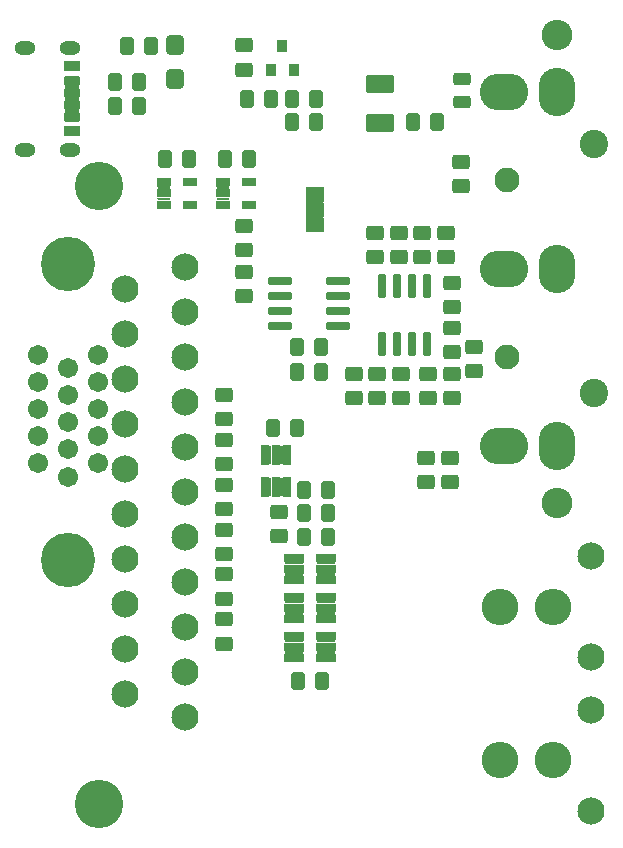
<source format=gbr>
%TF.GenerationSoftware,KiCad,Pcbnew,(6.0.5)*%
%TF.CreationDate,2022-11-10T06:36:34+13:00*%
%TF.ProjectId,RGB-to-component,5247422d-746f-42d6-936f-6d706f6e656e,rev?*%
%TF.SameCoordinates,Original*%
%TF.FileFunction,Soldermask,Top*%
%TF.FilePolarity,Negative*%
%FSLAX46Y46*%
G04 Gerber Fmt 4.6, Leading zero omitted, Abs format (unit mm)*
G04 Created by KiCad (PCBNEW (6.0.5)) date 2022-11-10 06:36:34*
%MOMM*%
%LPD*%
G01*
G04 APERTURE LIST*
G04 Aperture macros list*
%AMRoundRect*
0 Rectangle with rounded corners*
0 $1 Rounding radius*
0 $2 $3 $4 $5 $6 $7 $8 $9 X,Y pos of 4 corners*
0 Add a 4 corners polygon primitive as box body*
4,1,4,$2,$3,$4,$5,$6,$7,$8,$9,$2,$3,0*
0 Add four circle primitives for the rounded corners*
1,1,$1+$1,$2,$3*
1,1,$1+$1,$4,$5*
1,1,$1+$1,$6,$7*
1,1,$1+$1,$8,$9*
0 Add four rect primitives between the rounded corners*
20,1,$1+$1,$2,$3,$4,$5,0*
20,1,$1+$1,$4,$5,$6,$7,0*
20,1,$1+$1,$6,$7,$8,$9,0*
20,1,$1+$1,$8,$9,$2,$3,0*%
G04 Aperture macros list end*
%ADD10RoundRect,0.051000X-0.325000X0.780000X-0.325000X-0.780000X0.325000X-0.780000X0.325000X0.780000X0*%
%ADD11RoundRect,0.051000X0.780000X0.325000X-0.780000X0.325000X-0.780000X-0.325000X0.780000X-0.325000X0*%
%ADD12RoundRect,0.300999X0.450001X-0.325001X0.450001X0.325001X-0.450001X0.325001X-0.450001X-0.325001X0*%
%ADD13RoundRect,0.300999X-0.450001X0.325001X-0.450001X-0.325001X0.450001X-0.325001X0.450001X0.325001X0*%
%ADD14RoundRect,0.300999X0.325001X0.450001X-0.325001X0.450001X-0.325001X-0.450001X0.325001X-0.450001X0*%
%ADD15RoundRect,0.051000X0.400000X-0.450000X0.400000X0.450000X-0.400000X0.450000X-0.400000X-0.450000X0*%
%ADD16RoundRect,0.301000X0.925000X-0.500000X0.925000X0.500000X-0.925000X0.500000X-0.925000X-0.500000X0*%
%ADD17C,4.102000*%
%ADD18C,2.302000*%
%ADD19C,2.102000*%
%ADD20C,2.402000*%
%ADD21O,2.602000X2.602000*%
%ADD22O,4.102000X3.102000*%
%ADD23O,3.102000X4.102000*%
%ADD24RoundRect,0.051000X0.600000X-0.350000X0.600000X0.350000X-0.600000X0.350000X-0.600000X-0.350000X0*%
%ADD25RoundRect,0.051000X0.600000X-0.380000X0.600000X0.380000X-0.600000X0.380000X-0.600000X-0.380000X0*%
%ADD26RoundRect,0.051000X0.600000X-0.400000X0.600000X0.400000X-0.600000X0.400000X-0.600000X-0.400000X0*%
%ADD27O,1.802000X1.202000*%
%ADD28RoundRect,0.051000X-0.530000X-0.325000X0.530000X-0.325000X0.530000X0.325000X-0.530000X0.325000X0*%
%ADD29RoundRect,0.201000X-0.825000X-0.150000X0.825000X-0.150000X0.825000X0.150000X-0.825000X0.150000X0*%
%ADD30C,1.702000*%
%ADD31C,4.602000*%
%ADD32O,3.102000X3.102000*%
%ADD33RoundRect,0.300999X-0.325001X-0.450001X0.325001X-0.450001X0.325001X0.450001X-0.325001X0.450001X0*%
%ADD34RoundRect,0.201000X-0.150000X0.825000X-0.150000X-0.825000X0.150000X-0.825000X0.150000X0.825000X0*%
%ADD35RoundRect,0.051000X-0.750000X0.500000X-0.750000X-0.500000X0.750000X-0.500000X0.750000X0.500000X0*%
%ADD36RoundRect,0.300999X-0.425001X0.537501X-0.425001X-0.537501X0.425001X-0.537501X0.425001X0.537501X0*%
%ADD37RoundRect,0.294750X-0.456250X0.243750X-0.456250X-0.243750X0.456250X-0.243750X0.456250X0.243750X0*%
G04 APERTURE END LIST*
D10*
X43050000Y-77750000D03*
X42100000Y-77750000D03*
X41150000Y-77750000D03*
X41150000Y-80450000D03*
X42100000Y-80450000D03*
X43050000Y-80450000D03*
D11*
X46350000Y-94950000D03*
X46350000Y-94000000D03*
X46350000Y-93050000D03*
X43650000Y-93050000D03*
X43650000Y-94000000D03*
X43650000Y-94950000D03*
X46350000Y-91650000D03*
X46350000Y-90700000D03*
X46350000Y-89750000D03*
X43650000Y-89750000D03*
X43650000Y-90700000D03*
X43650000Y-91650000D03*
X46350000Y-88350000D03*
X46350000Y-87400000D03*
X46350000Y-86450000D03*
X43650000Y-86450000D03*
X43650000Y-87400000D03*
X43650000Y-88350000D03*
D12*
X37700000Y-78525000D03*
X37700000Y-76475000D03*
D13*
X37700000Y-80275000D03*
X37700000Y-82325000D03*
X37700000Y-87875000D03*
X37700000Y-89925000D03*
D14*
X45525000Y-47600000D03*
X43475000Y-47600000D03*
X41725000Y-47600000D03*
X39675000Y-47600000D03*
D13*
X37700000Y-91675000D03*
X37700000Y-93725000D03*
D15*
X41696000Y-45142000D03*
X43596000Y-45142000D03*
X42646000Y-43142000D03*
D16*
X50900000Y-49625000D03*
X50900000Y-46375000D03*
D13*
X57800000Y-52975000D03*
X57800000Y-55025000D03*
D12*
X56800000Y-80025000D03*
X56800000Y-77975000D03*
D17*
X27100000Y-107270000D03*
X27100000Y-55000000D03*
D18*
X34380000Y-99905000D03*
X29300000Y-98000000D03*
X34380000Y-96095000D03*
X29300000Y-94190000D03*
X34380000Y-92285000D03*
X29300000Y-90380000D03*
X34380000Y-88475000D03*
X29300000Y-86570000D03*
X34380000Y-84665000D03*
X29300000Y-82760000D03*
X34380000Y-80855000D03*
X29300000Y-78950000D03*
X34380000Y-77045000D03*
X29300000Y-75140000D03*
X34380000Y-73235000D03*
X29300000Y-71330000D03*
X34380000Y-69425000D03*
X29300000Y-67520000D03*
X34380000Y-65615000D03*
X29300000Y-63710000D03*
X34380000Y-61805000D03*
D19*
X61700000Y-54500000D03*
X61700000Y-69500000D03*
D20*
X69044520Y-51466620D03*
D21*
X65900000Y-42200000D03*
D20*
X69044520Y-72533380D03*
D21*
X65900000Y-81800000D03*
D22*
X61400000Y-62000000D03*
X61400000Y-47000000D03*
X61400000Y-77000000D03*
D23*
X65900000Y-47000000D03*
X65900000Y-62000000D03*
X65900000Y-77000000D03*
D13*
X39400000Y-43075000D03*
X39400000Y-45125000D03*
D14*
X45525000Y-49600000D03*
X43475000Y-49600000D03*
X39825000Y-52700000D03*
X37775000Y-52700000D03*
X46025000Y-96900000D03*
X43975000Y-96900000D03*
D13*
X39400000Y-62275000D03*
X39400000Y-64325000D03*
D24*
X24850000Y-47100000D03*
D25*
X24850000Y-49120000D03*
D26*
X24850000Y-50350000D03*
D24*
X24850000Y-48100000D03*
D25*
X24850000Y-46080000D03*
D26*
X24850000Y-44850000D03*
D27*
X24700000Y-43280000D03*
X20900000Y-43280000D03*
X24700000Y-51920000D03*
X20900000Y-51920000D03*
D12*
X39400000Y-60425000D03*
X39400000Y-58375000D03*
D14*
X30525000Y-46200000D03*
X28475000Y-46200000D03*
X30525000Y-48200000D03*
X28475000Y-48200000D03*
D28*
X32600000Y-54650000D03*
X32600000Y-55600000D03*
X32600000Y-56550000D03*
X34800000Y-56550000D03*
X34800000Y-54650000D03*
X37600000Y-54650000D03*
X37600000Y-55600000D03*
X37600000Y-56550000D03*
X39800000Y-56550000D03*
X39800000Y-54650000D03*
D29*
X42425000Y-62995000D03*
X42425000Y-64265000D03*
X42425000Y-65535000D03*
X42425000Y-66805000D03*
X47375000Y-66805000D03*
X47375000Y-65535000D03*
X47375000Y-64265000D03*
X47375000Y-62995000D03*
D30*
X27040000Y-78440000D03*
X27040000Y-76150000D03*
X27040000Y-73860000D03*
X27040000Y-71570000D03*
X27040000Y-69280000D03*
X24500000Y-79580000D03*
X24500000Y-77290000D03*
X24500000Y-75000000D03*
X24500000Y-72710000D03*
D31*
X24500000Y-61620000D03*
D30*
X24500000Y-70420000D03*
D31*
X24500000Y-86620000D03*
D30*
X21960000Y-78440000D03*
X21960000Y-76150000D03*
X21960000Y-73860000D03*
X21960000Y-71570000D03*
X21960000Y-69280000D03*
D14*
X45925000Y-68650000D03*
X43875000Y-68650000D03*
X45925000Y-70700000D03*
X43875000Y-70700000D03*
X34725000Y-52700000D03*
X32675000Y-52700000D03*
D18*
X68750000Y-86350000D03*
X68750000Y-94850000D03*
D32*
X61100000Y-90600000D03*
X65600000Y-90600000D03*
D18*
X68750000Y-99370000D03*
X68750000Y-107870000D03*
D32*
X61100000Y-103620000D03*
X65600000Y-103620000D03*
D33*
X44475000Y-80700000D03*
X46525000Y-80700000D03*
X44475000Y-82700000D03*
X46525000Y-82700000D03*
X44475000Y-84700000D03*
X46525000Y-84700000D03*
D12*
X42400000Y-84625000D03*
X42400000Y-82575000D03*
D13*
X56500000Y-58975000D03*
X56500000Y-61025000D03*
X54500000Y-58975000D03*
X54500000Y-61025000D03*
X52500000Y-58975000D03*
X52500000Y-61025000D03*
X50500000Y-58975000D03*
X50500000Y-61025000D03*
D12*
X57000000Y-65225000D03*
X57000000Y-63175000D03*
X57000000Y-72925000D03*
X57000000Y-70875000D03*
X55000000Y-72925000D03*
X55000000Y-70875000D03*
X52700000Y-72925000D03*
X52700000Y-70875000D03*
X48700000Y-72925000D03*
X48700000Y-70875000D03*
X50700000Y-72925000D03*
X50700000Y-70875000D03*
D13*
X37700000Y-84075000D03*
X37700000Y-86125000D03*
D34*
X54905000Y-63425000D03*
X53635000Y-63425000D03*
X52365000Y-63425000D03*
X51095000Y-63425000D03*
X51095000Y-68375000D03*
X52365000Y-68375000D03*
X53635000Y-68375000D03*
X54905000Y-68375000D03*
D14*
X43925000Y-75500000D03*
X41875000Y-75500000D03*
D35*
X45400000Y-55700000D03*
X45400000Y-57000000D03*
X45400000Y-58300000D03*
D12*
X37700000Y-74725000D03*
X37700000Y-72675000D03*
D36*
X33600000Y-43062500D03*
X33600000Y-45937500D03*
D12*
X57000000Y-69025000D03*
X57000000Y-66975000D03*
D37*
X57900000Y-45962500D03*
X57900000Y-47837500D03*
D33*
X53675000Y-49600000D03*
X55725000Y-49600000D03*
X29475000Y-43100000D03*
X31525000Y-43100000D03*
D13*
X58900000Y-68575000D03*
X58900000Y-70625000D03*
D12*
X54800000Y-80025000D03*
X54800000Y-77975000D03*
G36*
X44446668Y-94371665D02*
G01*
X44447058Y-94373627D01*
X44446699Y-94374267D01*
X44403511Y-94425946D01*
X44394880Y-94494661D01*
X44424844Y-94557291D01*
X44445682Y-94575348D01*
X44446336Y-94577238D01*
X44445026Y-94578749D01*
X44443982Y-94578821D01*
X44429801Y-94576000D01*
X42870199Y-94576000D01*
X42855226Y-94578978D01*
X42853332Y-94578335D01*
X42852942Y-94576373D01*
X42853301Y-94575733D01*
X42896489Y-94524054D01*
X42905120Y-94455339D01*
X42875156Y-94392709D01*
X42854318Y-94374652D01*
X42853664Y-94372762D01*
X42854974Y-94371251D01*
X42856018Y-94371179D01*
X42870199Y-94374000D01*
X44429801Y-94374000D01*
X44444774Y-94371022D01*
X44446668Y-94371665D01*
G37*
G36*
X47146668Y-94371665D02*
G01*
X47147058Y-94373627D01*
X47146699Y-94374267D01*
X47103511Y-94425946D01*
X47094880Y-94494661D01*
X47124844Y-94557291D01*
X47145682Y-94575348D01*
X47146336Y-94577238D01*
X47145026Y-94578749D01*
X47143982Y-94578821D01*
X47129801Y-94576000D01*
X45570199Y-94576000D01*
X45555226Y-94578978D01*
X45553332Y-94578335D01*
X45552942Y-94576373D01*
X45553301Y-94575733D01*
X45596489Y-94524054D01*
X45605120Y-94455339D01*
X45575156Y-94392709D01*
X45554318Y-94374652D01*
X45553664Y-94372762D01*
X45554974Y-94371251D01*
X45556018Y-94371179D01*
X45570199Y-94374000D01*
X47129801Y-94374000D01*
X47144774Y-94371022D01*
X47146668Y-94371665D01*
G37*
G36*
X44446668Y-93421665D02*
G01*
X44447058Y-93423627D01*
X44446699Y-93424267D01*
X44403511Y-93475946D01*
X44394880Y-93544661D01*
X44424844Y-93607291D01*
X44445682Y-93625348D01*
X44446336Y-93627238D01*
X44445026Y-93628749D01*
X44443982Y-93628821D01*
X44429801Y-93626000D01*
X42870199Y-93626000D01*
X42855226Y-93628978D01*
X42853332Y-93628335D01*
X42852942Y-93626373D01*
X42853301Y-93625733D01*
X42896489Y-93574054D01*
X42905120Y-93505339D01*
X42875156Y-93442709D01*
X42854318Y-93424652D01*
X42853664Y-93422762D01*
X42854974Y-93421251D01*
X42856018Y-93421179D01*
X42870199Y-93424000D01*
X44429801Y-93424000D01*
X44444774Y-93421022D01*
X44446668Y-93421665D01*
G37*
G36*
X47146668Y-93421665D02*
G01*
X47147058Y-93423627D01*
X47146699Y-93424267D01*
X47103511Y-93475946D01*
X47094880Y-93544661D01*
X47124844Y-93607291D01*
X47145682Y-93625348D01*
X47146336Y-93627238D01*
X47145026Y-93628749D01*
X47143982Y-93628821D01*
X47129801Y-93626000D01*
X45570199Y-93626000D01*
X45555226Y-93628978D01*
X45553332Y-93628335D01*
X45552942Y-93626373D01*
X45553301Y-93625733D01*
X45596489Y-93574054D01*
X45605120Y-93505339D01*
X45575156Y-93442709D01*
X45554318Y-93424652D01*
X45553664Y-93422762D01*
X45554974Y-93421251D01*
X45556018Y-93421179D01*
X45570199Y-93424000D01*
X47129801Y-93424000D01*
X47144774Y-93421022D01*
X47146668Y-93421665D01*
G37*
G36*
X44446668Y-91071665D02*
G01*
X44447058Y-91073627D01*
X44446699Y-91074267D01*
X44403511Y-91125946D01*
X44394880Y-91194661D01*
X44424844Y-91257291D01*
X44445682Y-91275348D01*
X44446336Y-91277238D01*
X44445026Y-91278749D01*
X44443982Y-91278821D01*
X44429801Y-91276000D01*
X42870199Y-91276000D01*
X42855226Y-91278978D01*
X42853332Y-91278335D01*
X42852942Y-91276373D01*
X42853301Y-91275733D01*
X42896489Y-91224054D01*
X42905120Y-91155339D01*
X42875156Y-91092709D01*
X42854318Y-91074652D01*
X42853664Y-91072762D01*
X42854974Y-91071251D01*
X42856018Y-91071179D01*
X42870199Y-91074000D01*
X44429801Y-91074000D01*
X44444774Y-91071022D01*
X44446668Y-91071665D01*
G37*
G36*
X47146668Y-91071665D02*
G01*
X47147058Y-91073627D01*
X47146699Y-91074267D01*
X47103511Y-91125946D01*
X47094880Y-91194661D01*
X47124844Y-91257291D01*
X47145682Y-91275348D01*
X47146336Y-91277238D01*
X47145026Y-91278749D01*
X47143982Y-91278821D01*
X47129801Y-91276000D01*
X45570199Y-91276000D01*
X45555226Y-91278978D01*
X45553332Y-91278335D01*
X45552942Y-91276373D01*
X45553301Y-91275733D01*
X45596489Y-91224054D01*
X45605120Y-91155339D01*
X45575156Y-91092709D01*
X45554318Y-91074652D01*
X45553664Y-91072762D01*
X45554974Y-91071251D01*
X45556018Y-91071179D01*
X45570199Y-91074000D01*
X47129801Y-91074000D01*
X47144774Y-91071022D01*
X47146668Y-91071665D01*
G37*
G36*
X47146668Y-90121665D02*
G01*
X47147058Y-90123627D01*
X47146699Y-90124267D01*
X47103511Y-90175946D01*
X47094880Y-90244661D01*
X47124844Y-90307291D01*
X47145682Y-90325348D01*
X47146336Y-90327238D01*
X47145026Y-90328749D01*
X47143982Y-90328821D01*
X47129801Y-90326000D01*
X45570199Y-90326000D01*
X45555226Y-90328978D01*
X45553332Y-90328335D01*
X45552942Y-90326373D01*
X45553301Y-90325733D01*
X45596489Y-90274054D01*
X45605120Y-90205339D01*
X45575156Y-90142709D01*
X45554318Y-90124652D01*
X45553664Y-90122762D01*
X45554974Y-90121251D01*
X45556018Y-90121179D01*
X45570199Y-90124000D01*
X47129801Y-90124000D01*
X47144774Y-90121022D01*
X47146668Y-90121665D01*
G37*
G36*
X44446668Y-90121665D02*
G01*
X44447058Y-90123627D01*
X44446699Y-90124267D01*
X44403511Y-90175946D01*
X44394880Y-90244661D01*
X44424844Y-90307291D01*
X44445682Y-90325348D01*
X44446336Y-90327238D01*
X44445026Y-90328749D01*
X44443982Y-90328821D01*
X44429801Y-90326000D01*
X42870199Y-90326000D01*
X42855226Y-90328978D01*
X42853332Y-90328335D01*
X42852942Y-90326373D01*
X42853301Y-90325733D01*
X42896489Y-90274054D01*
X42905120Y-90205339D01*
X42875156Y-90142709D01*
X42854318Y-90124652D01*
X42853664Y-90122762D01*
X42854974Y-90121251D01*
X42856018Y-90121179D01*
X42870199Y-90124000D01*
X44429801Y-90124000D01*
X44444774Y-90121022D01*
X44446668Y-90121665D01*
G37*
G36*
X44446668Y-87771665D02*
G01*
X44447058Y-87773627D01*
X44446699Y-87774267D01*
X44403511Y-87825946D01*
X44394880Y-87894661D01*
X44424844Y-87957291D01*
X44445682Y-87975348D01*
X44446336Y-87977238D01*
X44445026Y-87978749D01*
X44443982Y-87978821D01*
X44429801Y-87976000D01*
X42870199Y-87976000D01*
X42855226Y-87978978D01*
X42853332Y-87978335D01*
X42852942Y-87976373D01*
X42853301Y-87975733D01*
X42896489Y-87924054D01*
X42905120Y-87855339D01*
X42875156Y-87792709D01*
X42854318Y-87774652D01*
X42853664Y-87772762D01*
X42854974Y-87771251D01*
X42856018Y-87771179D01*
X42870199Y-87774000D01*
X44429801Y-87774000D01*
X44444774Y-87771022D01*
X44446668Y-87771665D01*
G37*
G36*
X47146668Y-87771665D02*
G01*
X47147058Y-87773627D01*
X47146699Y-87774267D01*
X47103511Y-87825946D01*
X47094880Y-87894661D01*
X47124844Y-87957291D01*
X47145682Y-87975348D01*
X47146336Y-87977238D01*
X47145026Y-87978749D01*
X47143982Y-87978821D01*
X47129801Y-87976000D01*
X45570199Y-87976000D01*
X45555226Y-87978978D01*
X45553332Y-87978335D01*
X45552942Y-87976373D01*
X45553301Y-87975733D01*
X45596489Y-87924054D01*
X45605120Y-87855339D01*
X45575156Y-87792709D01*
X45554318Y-87774652D01*
X45553664Y-87772762D01*
X45554974Y-87771251D01*
X45556018Y-87771179D01*
X45570199Y-87774000D01*
X47129801Y-87774000D01*
X47144774Y-87771022D01*
X47146668Y-87771665D01*
G37*
G36*
X44446668Y-86821665D02*
G01*
X44447058Y-86823627D01*
X44446699Y-86824267D01*
X44403511Y-86875946D01*
X44394880Y-86944661D01*
X44424844Y-87007291D01*
X44445682Y-87025348D01*
X44446336Y-87027238D01*
X44445026Y-87028749D01*
X44443982Y-87028821D01*
X44429801Y-87026000D01*
X42870199Y-87026000D01*
X42855226Y-87028978D01*
X42853332Y-87028335D01*
X42852942Y-87026373D01*
X42853301Y-87025733D01*
X42896489Y-86974054D01*
X42905120Y-86905339D01*
X42875156Y-86842709D01*
X42854318Y-86824652D01*
X42853664Y-86822762D01*
X42854974Y-86821251D01*
X42856018Y-86821179D01*
X42870199Y-86824000D01*
X44429801Y-86824000D01*
X44444774Y-86821022D01*
X44446668Y-86821665D01*
G37*
G36*
X47146668Y-86821665D02*
G01*
X47147058Y-86823627D01*
X47146699Y-86824267D01*
X47103511Y-86875946D01*
X47094880Y-86944661D01*
X47124844Y-87007291D01*
X47145682Y-87025348D01*
X47146336Y-87027238D01*
X47145026Y-87028749D01*
X47143982Y-87028821D01*
X47129801Y-87026000D01*
X45570199Y-87026000D01*
X45555226Y-87028978D01*
X45553332Y-87028335D01*
X45552942Y-87026373D01*
X45553301Y-87025733D01*
X45596489Y-86974054D01*
X45605120Y-86905339D01*
X45575156Y-86842709D01*
X45554318Y-86824652D01*
X45553664Y-86822762D01*
X45554974Y-86821251D01*
X45556018Y-86821179D01*
X45570199Y-86824000D01*
X47129801Y-86824000D01*
X47144774Y-86821022D01*
X47146668Y-86821665D01*
G37*
G36*
X41524267Y-79653301D02*
G01*
X41575946Y-79696489D01*
X41644661Y-79705120D01*
X41707291Y-79675156D01*
X41725348Y-79654318D01*
X41727238Y-79653664D01*
X41728749Y-79654974D01*
X41728821Y-79656018D01*
X41726000Y-79670199D01*
X41726000Y-81229801D01*
X41728978Y-81244774D01*
X41728335Y-81246668D01*
X41726373Y-81247058D01*
X41725733Y-81246699D01*
X41674054Y-81203511D01*
X41605339Y-81194880D01*
X41542709Y-81224844D01*
X41524652Y-81245682D01*
X41522762Y-81246336D01*
X41521251Y-81245026D01*
X41521179Y-81243982D01*
X41524000Y-81229801D01*
X41524000Y-79670199D01*
X41521022Y-79655226D01*
X41521665Y-79653332D01*
X41523627Y-79652942D01*
X41524267Y-79653301D01*
G37*
G36*
X42474267Y-79653301D02*
G01*
X42525946Y-79696489D01*
X42594661Y-79705120D01*
X42657291Y-79675156D01*
X42675348Y-79654318D01*
X42677238Y-79653664D01*
X42678749Y-79654974D01*
X42678821Y-79656018D01*
X42676000Y-79670199D01*
X42676000Y-81229801D01*
X42678978Y-81244774D01*
X42678335Y-81246668D01*
X42676373Y-81247058D01*
X42675733Y-81246699D01*
X42624054Y-81203511D01*
X42555339Y-81194880D01*
X42492709Y-81224844D01*
X42474652Y-81245682D01*
X42472762Y-81246336D01*
X42471251Y-81245026D01*
X42471179Y-81243982D01*
X42474000Y-81229801D01*
X42474000Y-79670199D01*
X42471022Y-79655226D01*
X42471665Y-79653332D01*
X42473627Y-79652942D01*
X42474267Y-79653301D01*
G37*
G36*
X41524267Y-76953301D02*
G01*
X41575946Y-76996489D01*
X41644661Y-77005120D01*
X41707291Y-76975156D01*
X41725348Y-76954318D01*
X41727238Y-76953664D01*
X41728749Y-76954974D01*
X41728821Y-76956018D01*
X41726000Y-76970199D01*
X41726000Y-78529801D01*
X41728978Y-78544774D01*
X41728335Y-78546668D01*
X41726373Y-78547058D01*
X41725733Y-78546699D01*
X41674054Y-78503511D01*
X41605339Y-78494880D01*
X41542709Y-78524844D01*
X41524652Y-78545682D01*
X41522762Y-78546336D01*
X41521251Y-78545026D01*
X41521179Y-78543982D01*
X41524000Y-78529801D01*
X41524000Y-76970199D01*
X41521022Y-76955226D01*
X41521665Y-76953332D01*
X41523627Y-76952942D01*
X41524267Y-76953301D01*
G37*
G36*
X42474267Y-76953301D02*
G01*
X42525946Y-76996489D01*
X42594661Y-77005120D01*
X42657291Y-76975156D01*
X42675348Y-76954318D01*
X42677238Y-76953664D01*
X42678749Y-76954974D01*
X42678821Y-76956018D01*
X42676000Y-76970199D01*
X42676000Y-78529801D01*
X42678978Y-78544774D01*
X42678335Y-78546668D01*
X42676373Y-78547058D01*
X42675733Y-78546699D01*
X42624054Y-78503511D01*
X42555339Y-78494880D01*
X42492709Y-78524844D01*
X42474652Y-78545682D01*
X42472762Y-78546336D01*
X42471251Y-78545026D01*
X42471179Y-78543982D01*
X42474000Y-78529801D01*
X42474000Y-76970199D01*
X42471022Y-76955226D01*
X42471665Y-76953332D01*
X42473627Y-76952942D01*
X42474267Y-76953301D01*
G37*
G36*
X46166668Y-57546665D02*
G01*
X46167058Y-57548627D01*
X46166699Y-57549267D01*
X46123511Y-57600946D01*
X46114880Y-57669661D01*
X46144844Y-57732291D01*
X46165682Y-57750348D01*
X46166336Y-57752238D01*
X46165026Y-57753749D01*
X46163982Y-57753821D01*
X46149801Y-57751000D01*
X44650199Y-57751000D01*
X44635226Y-57753978D01*
X44633332Y-57753335D01*
X44632942Y-57751373D01*
X44633301Y-57750733D01*
X44676489Y-57699054D01*
X44685120Y-57630339D01*
X44655156Y-57567709D01*
X44634318Y-57549652D01*
X44633664Y-57547762D01*
X44634974Y-57546251D01*
X44636018Y-57546179D01*
X44650199Y-57549000D01*
X46149801Y-57549000D01*
X46164774Y-57546022D01*
X46166668Y-57546665D01*
G37*
G36*
X46166668Y-56246665D02*
G01*
X46167058Y-56248627D01*
X46166699Y-56249267D01*
X46123511Y-56300946D01*
X46114880Y-56369661D01*
X46144844Y-56432291D01*
X46165682Y-56450348D01*
X46166336Y-56452238D01*
X46165026Y-56453749D01*
X46163982Y-56453821D01*
X46149801Y-56451000D01*
X44650199Y-56451000D01*
X44635226Y-56453978D01*
X44633332Y-56453335D01*
X44632942Y-56451373D01*
X44633301Y-56450733D01*
X44676489Y-56399054D01*
X44685120Y-56330339D01*
X44655156Y-56267709D01*
X44634318Y-56249652D01*
X44633664Y-56247762D01*
X44634974Y-56246251D01*
X44636018Y-56246179D01*
X44650199Y-56249000D01*
X46149801Y-56249000D01*
X46164774Y-56246022D01*
X46166668Y-56246665D01*
G37*
G36*
X38146668Y-55971665D02*
G01*
X38147058Y-55973627D01*
X38146699Y-55974267D01*
X38103511Y-56025946D01*
X38094880Y-56094661D01*
X38124844Y-56157291D01*
X38145682Y-56175348D01*
X38146336Y-56177238D01*
X38145026Y-56178749D01*
X38143982Y-56178821D01*
X38129801Y-56176000D01*
X37070199Y-56176000D01*
X37055226Y-56178978D01*
X37053332Y-56178335D01*
X37052942Y-56176373D01*
X37053301Y-56175733D01*
X37096489Y-56124054D01*
X37105120Y-56055339D01*
X37075156Y-55992709D01*
X37054318Y-55974652D01*
X37053664Y-55972762D01*
X37054974Y-55971251D01*
X37056018Y-55971179D01*
X37070199Y-55974000D01*
X38129801Y-55974000D01*
X38144774Y-55971022D01*
X38146668Y-55971665D01*
G37*
G36*
X33146668Y-55971665D02*
G01*
X33147058Y-55973627D01*
X33146699Y-55974267D01*
X33103511Y-56025946D01*
X33094880Y-56094661D01*
X33124844Y-56157291D01*
X33145682Y-56175348D01*
X33146336Y-56177238D01*
X33145026Y-56178749D01*
X33143982Y-56178821D01*
X33129801Y-56176000D01*
X32070199Y-56176000D01*
X32055226Y-56178978D01*
X32053332Y-56178335D01*
X32052942Y-56176373D01*
X32053301Y-56175733D01*
X32096489Y-56124054D01*
X32105120Y-56055339D01*
X32075156Y-55992709D01*
X32054318Y-55974652D01*
X32053664Y-55972762D01*
X32054974Y-55971251D01*
X32056018Y-55971179D01*
X32070199Y-55974000D01*
X33129801Y-55974000D01*
X33144774Y-55971022D01*
X33146668Y-55971665D01*
G37*
G36*
X38146668Y-55021665D02*
G01*
X38147058Y-55023627D01*
X38146699Y-55024267D01*
X38103511Y-55075946D01*
X38094880Y-55144661D01*
X38124844Y-55207291D01*
X38145682Y-55225348D01*
X38146336Y-55227238D01*
X38145026Y-55228749D01*
X38143982Y-55228821D01*
X38129801Y-55226000D01*
X37070199Y-55226000D01*
X37055226Y-55228978D01*
X37053332Y-55228335D01*
X37052942Y-55226373D01*
X37053301Y-55225733D01*
X37096489Y-55174054D01*
X37105120Y-55105339D01*
X37075156Y-55042709D01*
X37054318Y-55024652D01*
X37053664Y-55022762D01*
X37054974Y-55021251D01*
X37056018Y-55021179D01*
X37070199Y-55024000D01*
X38129801Y-55024000D01*
X38144774Y-55021022D01*
X38146668Y-55021665D01*
G37*
G36*
X33146668Y-55021665D02*
G01*
X33147058Y-55023627D01*
X33146699Y-55024267D01*
X33103511Y-55075946D01*
X33094880Y-55144661D01*
X33124844Y-55207291D01*
X33145682Y-55225348D01*
X33146336Y-55227238D01*
X33145026Y-55228749D01*
X33143982Y-55228821D01*
X33129801Y-55226000D01*
X32070199Y-55226000D01*
X32055226Y-55228978D01*
X32053332Y-55228335D01*
X32052942Y-55226373D01*
X32053301Y-55225733D01*
X32096489Y-55174054D01*
X32105120Y-55105339D01*
X32075156Y-55042709D01*
X32054318Y-55024652D01*
X32053664Y-55022762D01*
X32054974Y-55021251D01*
X32056018Y-55021179D01*
X32070199Y-55024000D01*
X33129801Y-55024000D01*
X33144774Y-55021022D01*
X33146668Y-55021665D01*
G37*
G36*
X25470631Y-48495877D02*
G01*
X25471021Y-48497839D01*
X25470662Y-48498479D01*
X25430994Y-48545946D01*
X25422363Y-48614661D01*
X25452327Y-48677291D01*
X25467905Y-48690790D01*
X25468559Y-48692680D01*
X25467249Y-48694191D01*
X25466205Y-48694263D01*
X25449801Y-48691000D01*
X24250199Y-48691000D01*
X24231263Y-48694766D01*
X24229369Y-48694123D01*
X24228979Y-48692161D01*
X24229338Y-48691521D01*
X24269006Y-48644054D01*
X24277637Y-48575339D01*
X24247673Y-48512709D01*
X24232095Y-48499210D01*
X24231441Y-48497320D01*
X24232751Y-48495809D01*
X24233795Y-48495737D01*
X24250199Y-48499000D01*
X25449801Y-48499000D01*
X25468737Y-48495234D01*
X25470631Y-48495877D01*
G37*
G36*
X25466668Y-47496665D02*
G01*
X25467058Y-47498627D01*
X25466699Y-47499267D01*
X25423511Y-47550946D01*
X25414880Y-47619661D01*
X25444844Y-47682291D01*
X25465682Y-47700348D01*
X25466336Y-47702238D01*
X25465026Y-47703749D01*
X25463982Y-47703821D01*
X25449801Y-47701000D01*
X24250199Y-47701000D01*
X24235226Y-47703978D01*
X24233332Y-47703335D01*
X24232942Y-47701373D01*
X24233301Y-47700733D01*
X24276489Y-47649054D01*
X24285120Y-47580339D01*
X24255156Y-47517709D01*
X24234318Y-47499652D01*
X24233664Y-47497762D01*
X24234974Y-47496251D01*
X24236018Y-47496179D01*
X24250199Y-47499000D01*
X25449801Y-47499000D01*
X25464774Y-47496022D01*
X25466668Y-47496665D01*
G37*
G36*
X25470631Y-46505877D02*
G01*
X25471021Y-46507839D01*
X25470662Y-46508479D01*
X25430994Y-46555946D01*
X25422363Y-46624661D01*
X25452327Y-46687291D01*
X25467905Y-46700790D01*
X25468559Y-46702680D01*
X25467249Y-46704191D01*
X25466205Y-46704263D01*
X25449801Y-46701000D01*
X24250199Y-46701000D01*
X24231263Y-46704766D01*
X24229369Y-46704123D01*
X24228979Y-46702161D01*
X24229338Y-46701521D01*
X24269006Y-46654054D01*
X24277637Y-46585339D01*
X24247673Y-46522709D01*
X24232095Y-46509210D01*
X24231441Y-46507320D01*
X24232751Y-46505809D01*
X24233795Y-46505737D01*
X24250199Y-46509000D01*
X25449801Y-46509000D01*
X25468737Y-46505234D01*
X25470631Y-46505877D01*
G37*
M02*

</source>
